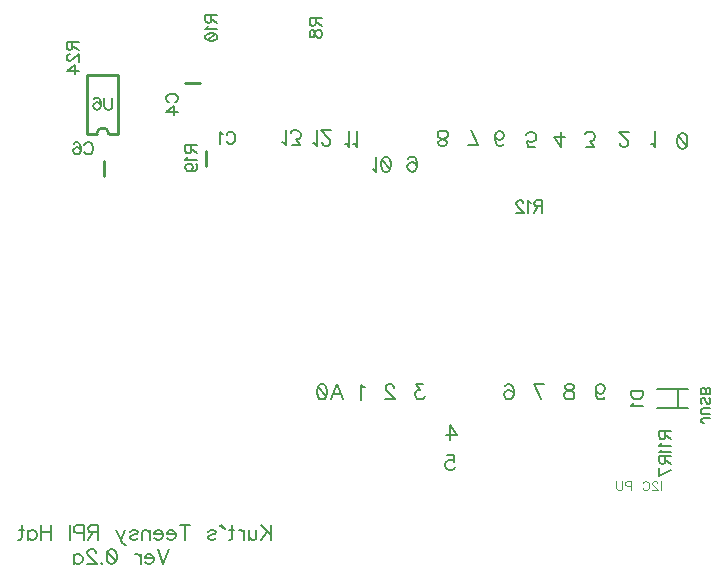
<source format=gbo>
G04 DipTrace 3.0.0.2*
G04 TeensyArbotixProRPIV0.2a.gbo*
%MOIN*%
G04 #@! TF.FileFunction,Legend,Bot*
G04 #@! TF.Part,Single*
%ADD10C,0.009843*%
%ADD19C,0.008*%
%ADD115C,0.006176*%
%ADD116C,0.00772*%
%ADD117C,0.007*%
%ADD118C,0.004632*%
%FSLAX26Y26*%
G04*
G70*
G90*
G75*
G01*
G04 BotSilk*
%LPD*%
X1279940Y1809272D2*
D10*
Y1758130D1*
X1259272Y2035061D2*
X1208130D1*
X940061Y1723130D2*
Y1774272D1*
X2885229Y1013836D2*
D19*
X2853738D1*
X2782863D1*
X2885229Y952813D2*
X2853738D1*
X2782863D1*
X2853738Y1013836D2*
Y952813D1*
X883812Y1865274D2*
D10*
Y2062128D1*
X986188Y1865274D2*
Y2062128D1*
X883812D2*
X986188D1*
X915306Y1865274D2*
X883812D1*
X954695D2*
X986188D1*
X915306D2*
G02X954695Y1865274I19694J-9D01*
G01*
X1347442Y1862256D2*
D115*
X1349343Y1866059D1*
X1353190Y1869906D1*
X1356992Y1871807D1*
X1364641D1*
X1368488Y1869906D1*
X1372291Y1866059D1*
X1374236Y1862256D1*
X1376138Y1856508D1*
Y1846914D1*
X1374236Y1841210D1*
X1372291Y1837363D1*
X1368488Y1833561D1*
X1364641Y1831615D1*
X1356992D1*
X1353190Y1833561D1*
X1349343Y1837363D1*
X1347442Y1841210D1*
X1335090Y1864114D2*
X1331243Y1866059D1*
X1325495Y1871763D1*
Y1831615D1*
X1155146Y1970360D2*
X1151343Y1972261D1*
X1147496Y1976108D1*
X1145595Y1979910D1*
Y1987560D1*
X1147496Y1991406D1*
X1151343Y1995209D1*
X1155146Y1997154D1*
X1160894Y1999056D1*
X1170488D1*
X1176192Y1997154D1*
X1180039Y1995209D1*
X1183842Y1991406D1*
X1185787Y1987560D1*
Y1979910D1*
X1183842Y1976108D1*
X1180039Y1972261D1*
X1176192Y1970360D1*
X1185787Y1938863D2*
X1145639D1*
X1172390Y1958008D1*
Y1929312D1*
X873436Y1827256D2*
X875338Y1831059D1*
X879184Y1834906D1*
X882987Y1836807D1*
X890636D1*
X894483Y1834906D1*
X898285Y1831059D1*
X900231Y1827256D1*
X902132Y1821508D1*
Y1811914D1*
X900231Y1806210D1*
X898285Y1802363D1*
X894483Y1798561D1*
X890636Y1796615D1*
X882987D1*
X879184Y1798561D1*
X875338Y1802363D1*
X873436Y1806210D1*
X838137Y1831059D2*
X840038Y1834862D1*
X845786Y1836763D1*
X849589D1*
X855337Y1834862D1*
X859184Y1829114D1*
X861085Y1819563D1*
Y1810012D1*
X859184Y1802363D1*
X855337Y1798516D1*
X849589Y1796615D1*
X847688D1*
X841984Y1798516D1*
X838137Y1802363D1*
X836236Y1808111D1*
Y1810012D1*
X838137Y1815760D1*
X841984Y1819563D1*
X847688Y1821464D1*
X849589D1*
X855337Y1819563D1*
X859184Y1815760D1*
X861085Y1810012D1*
X2695743Y1007695D2*
X2735935D1*
Y994297D1*
X2733990Y988549D1*
X2730187Y984703D1*
X2726341Y982801D1*
X2720637Y980900D1*
X2711042D1*
X2705294Y982801D1*
X2701491Y984703D1*
X2697645Y988550D1*
X2695743Y994298D1*
Y1007695D1*
X2703437Y968549D2*
X2701491Y964702D1*
X2695787Y958954D1*
X2735935D1*
X2809406Y791671D2*
Y774472D1*
X2807460Y768724D1*
X2805559Y766778D1*
X2801756Y764877D1*
X2797909D1*
X2794107Y766778D1*
X2792161Y768724D1*
X2790260Y774472D1*
Y791671D1*
X2830452D1*
X2809406Y778274D2*
X2830452Y764877D1*
Y744876D2*
X2790304Y725731D1*
Y752525D1*
X1644406Y2251649D2*
Y2234449D1*
X1642460Y2228701D1*
X1640559Y2226756D1*
X1636756Y2224855D1*
X1632909D1*
X1629107Y2226756D1*
X1627161Y2228701D1*
X1625260Y2234449D1*
Y2251649D1*
X1665452D1*
X1644406Y2238252D2*
X1665452Y2224855D1*
X1625304Y2202953D2*
X1627206Y2208657D1*
X1631008Y2210602D1*
X1634855D1*
X1638657Y2208657D1*
X1640603Y2204854D1*
X1642504Y2197205D1*
X1644405Y2191457D1*
X1648252Y2187654D1*
X1652055Y2185753D1*
X1657803D1*
X1661605Y2187654D1*
X1663551Y2189555D1*
X1665452Y2195303D1*
Y2202953D1*
X1663551Y2208656D1*
X1661605Y2210602D1*
X1657803Y2212503D1*
X1652055D1*
X1648252Y2210602D1*
X1644406Y2206755D1*
X1642504Y2201051D1*
X1640603Y2193402D1*
X1638657Y2189555D1*
X1634855Y2187654D1*
X1631008D1*
X1627206Y2189555D1*
X1625304Y2195303D1*
Y2202953D1*
X1296276Y2262644D2*
Y2245445D1*
X1294330Y2239697D1*
X1292429Y2237751D1*
X1288627Y2235850D1*
X1284780D1*
X1280977Y2237751D1*
X1279032Y2239697D1*
X1277130Y2245445D1*
Y2262645D1*
X1317322Y2262644D1*
X1296276Y2249247D2*
X1317322Y2235850D1*
X1284824Y2223498D2*
X1282879Y2219652D1*
X1277175Y2213904D1*
X1317322D1*
X1277175Y2190056D2*
X1279076Y2195804D1*
X1284824Y2199651D1*
X1294375Y2201552D1*
X1300123D1*
X1309673Y2199651D1*
X1315421Y2195804D1*
X1317322Y2190056D1*
Y2186254D1*
X1315421Y2180506D1*
X1309673Y2176703D1*
X1300123Y2174758D1*
X1294375D1*
X1284824Y2176703D1*
X1279076Y2180506D1*
X1277175Y2186254D1*
Y2190056D1*
X1284824Y2176703D2*
X1309673Y2199651D1*
X2809405Y874045D2*
X2809406Y856845D1*
X2807460Y851097D1*
X2805559Y849151D1*
X2801756Y847250D1*
X2797909D1*
X2794107Y849151D1*
X2792161Y851097D1*
X2790260Y856845D1*
Y874045D1*
X2830452D1*
X2809406Y860647D2*
X2830452Y847250D1*
X2797954Y834899D2*
X2796008Y831052D1*
X2790304Y825304D1*
X2830452D1*
X2797954Y812952D2*
X2796008Y809106D1*
X2790304Y803358D1*
X2830452D1*
X2400046Y1623994D2*
X2382846D1*
X2377098Y1625939D1*
X2375153Y1627840D1*
X2373251Y1631643D1*
Y1635490D1*
X2375153Y1639292D1*
X2377098Y1641238D1*
X2382846Y1643139D1*
X2400046D1*
Y1602947D1*
X2386649Y1623994D2*
X2373251Y1602947D1*
X2360900Y1635446D2*
X2357053Y1637391D1*
X2351305Y1643095D1*
Y1602947D1*
X2337008Y1633544D2*
Y1635446D1*
X2335107Y1639292D1*
X2333206Y1641194D1*
X2329359Y1643095D1*
X2321710D1*
X2317907Y1641194D1*
X2316006Y1639292D1*
X2314060Y1635446D1*
Y1631643D1*
X2316006Y1627796D1*
X2319808Y1622092D1*
X2338954Y1602947D1*
X2312159D1*
X1229405Y1826694D2*
Y1809494D1*
X1227460Y1803746D1*
X1225559Y1801800D1*
X1221756Y1799899D1*
X1217909D1*
X1214107Y1801800D1*
X1212161Y1803746D1*
X1210260Y1809494D1*
Y1826694D1*
X1250452D1*
X1229405Y1813297D2*
X1250452Y1799899D1*
X1217954Y1787548D2*
X1216008Y1783701D1*
X1210304Y1777953D1*
X1250452D1*
X1223657Y1740708D2*
X1229405Y1742654D1*
X1233252Y1746456D1*
X1235154Y1752204D1*
Y1754106D1*
X1233252Y1759854D1*
X1229406Y1763656D1*
X1223657Y1765602D1*
X1221756D1*
X1216008Y1763656D1*
X1212206Y1759854D1*
X1210304Y1754106D1*
Y1752204D1*
X1212206Y1746456D1*
X1216008Y1742654D1*
X1223657Y1740708D1*
X1233252D1*
X1242803Y1742654D1*
X1248551Y1746456D1*
X1250452Y1752204D1*
Y1756007D1*
X1248551Y1761755D1*
X1244704Y1763656D1*
X833677Y2172195D2*
Y2154995D1*
X831732Y2149247D1*
X829831Y2147302D1*
X826028Y2145400D1*
X822181D1*
X818379Y2147302D1*
X816433Y2149247D1*
X814532Y2154995D1*
Y2172195D1*
X854724D1*
X833677Y2158798D2*
X854724Y2145400D1*
X824127Y2131104D2*
X822226D1*
X818379Y2129202D1*
X816478Y2127301D1*
X814576Y2123454D1*
Y2115805D1*
X816478Y2112002D1*
X818379Y2110101D1*
X822226Y2108156D1*
X826028D1*
X829875Y2110101D1*
X835579Y2113904D1*
X854724Y2133049D1*
Y2106254D1*
Y2074758D2*
X814576D1*
X841327Y2093903D1*
Y2065207D1*
X966998Y1986207D2*
Y1957511D1*
X965097Y1951763D1*
X961250Y1947960D1*
X955502Y1946015D1*
X951699D1*
X945951Y1947960D1*
X942104Y1951763D1*
X940203Y1957511D1*
Y1986207D1*
X904904Y1980459D2*
X906805Y1984261D1*
X912553Y1986163D1*
X916356D1*
X922104Y1984261D1*
X925950Y1978513D1*
X927852Y1968963D1*
Y1959412D1*
X925950Y1951763D1*
X922104Y1947916D1*
X916356Y1946015D1*
X914454D1*
X908751Y1947916D1*
X904904Y1951763D1*
X903003Y1957511D1*
Y1959412D1*
X904904Y1965160D1*
X908751Y1968963D1*
X914454Y1970864D1*
X916356D1*
X922104Y1968963D1*
X925950Y1965160D1*
X927852Y1959412D1*
X1494933Y561126D2*
D117*
Y510886D1*
X1461439Y561126D2*
X1494933Y527632D1*
X1482994Y539626D2*
X1461439Y510886D1*
X1447439Y544379D2*
Y520447D1*
X1445063Y513318D1*
X1440254Y510886D1*
X1433069D1*
X1428316Y513318D1*
X1421131Y520447D1*
Y544379D2*
Y510886D1*
X1407131Y544379D2*
Y510886D1*
Y530009D2*
X1404699Y537194D1*
X1399946Y542002D1*
X1395138Y544379D1*
X1387952D1*
X1366767Y561126D2*
Y520447D1*
X1364391Y513318D1*
X1359582Y510886D1*
X1354829D1*
X1373952Y544379D2*
X1357206D1*
X1328836Y561070D2*
X1340829Y546700D1*
X1326459Y558694D1*
X1328836Y561070D1*
X1286151Y537194D2*
X1288527Y542002D1*
X1295712Y544379D1*
X1302897D1*
X1310083Y542002D1*
X1312459Y537194D1*
X1310083Y532441D1*
X1305274Y530009D1*
X1293336Y527632D1*
X1288527Y525256D1*
X1286151Y520447D1*
Y518071D1*
X1288527Y513318D1*
X1295712Y510886D1*
X1302897D1*
X1310083Y513318D1*
X1312459Y518071D1*
X1208242Y561126D2*
Y510886D1*
X1224989Y561126D2*
X1191496D1*
X1177496Y530009D2*
X1148811D1*
Y534817D1*
X1151187Y539626D1*
X1153564Y542002D1*
X1158373Y544379D1*
X1165558D1*
X1170311Y542002D1*
X1175119Y537194D1*
X1177496Y530009D1*
Y525256D1*
X1175119Y518071D1*
X1170311Y513318D1*
X1165558Y510886D1*
X1158373D1*
X1153564Y513318D1*
X1148811Y518071D1*
X1134811Y530009D2*
X1106126D1*
Y534817D1*
X1108503Y539626D1*
X1110879Y542002D1*
X1115688Y544379D1*
X1122873D1*
X1127626Y542002D1*
X1132434Y537194D1*
X1134811Y530009D1*
Y525256D1*
X1132434Y518071D1*
X1127626Y513318D1*
X1122873Y510886D1*
X1115688D1*
X1110879Y513318D1*
X1106126Y518071D1*
X1092126Y544379D2*
Y510886D1*
Y534817D2*
X1084941Y542002D1*
X1080133Y544379D1*
X1073003D1*
X1068194Y542002D1*
X1065818Y534817D1*
Y510886D1*
X1025509Y537194D2*
X1027886Y542002D1*
X1035071Y544379D1*
X1042256D1*
X1049441Y542002D1*
X1051818Y537194D1*
X1049441Y532441D1*
X1044633Y530009D1*
X1032694Y527632D1*
X1027886Y525256D1*
X1025509Y520447D1*
Y518071D1*
X1027886Y513318D1*
X1035071Y510886D1*
X1042256D1*
X1049441Y513318D1*
X1051818Y518071D1*
X1009078Y544379D2*
X994763Y510886D1*
X999516Y501324D1*
X1004324Y496516D1*
X1009078Y494139D1*
X1011509D1*
X980393Y544379D2*
X994763Y510886D1*
X919231Y537194D2*
X897731D1*
X890546Y539626D1*
X888114Y542002D1*
X885738Y546756D1*
Y551564D1*
X888114Y556317D1*
X890546Y558749D1*
X897731Y561126D1*
X919231D1*
Y510886D1*
X902484Y537194D2*
X885738Y510886D1*
X871738Y534817D2*
X850182D1*
X843053Y537194D1*
X840621Y539626D1*
X838244Y544379D1*
Y551564D1*
X840621Y556317D1*
X843053Y558749D1*
X850182Y561126D1*
X871738D1*
Y510886D1*
X824244Y561126D2*
Y510886D1*
X763083Y561126D2*
Y510886D1*
X729589Y561126D2*
Y510886D1*
X763083Y537194D2*
X729589D1*
X686904Y544379D2*
Y510886D1*
Y537194D2*
X691657Y542002D1*
X696466Y544379D1*
X703596D1*
X708404Y542002D1*
X713157Y537194D1*
X715589Y530009D1*
Y525256D1*
X713157Y518071D1*
X708404Y513318D1*
X703596Y510886D1*
X696466D1*
X691657Y513318D1*
X686904Y518071D1*
X665719Y561126D2*
Y520447D1*
X663343Y513318D1*
X658534Y510886D1*
X653781D1*
X672904Y544379D2*
X656158D1*
X1808388Y1020162D2*
D116*
X1803579Y1022594D1*
X1796394Y1029724D1*
Y979539D1*
X1906456Y1018786D2*
Y1021162D1*
X1904079Y1025971D1*
X1901702Y1028347D1*
X1896894Y1030724D1*
X1887332D1*
X1882579Y1028347D1*
X1880203Y1025971D1*
X1877771Y1021162D1*
Y1016409D1*
X1880203Y1011601D1*
X1884956Y1004471D1*
X1908887Y980539D1*
X1875394D1*
X2004079Y1030724D2*
X1977826D1*
X1992141Y1011601D1*
X1984956D1*
X1980203Y1009224D1*
X1977826Y1006847D1*
X1975394Y999662D1*
Y994909D1*
X1977826Y987724D1*
X1982579Y982916D1*
X1989764Y980539D1*
X1996949D1*
X2004079Y982916D1*
X2006456Y985347D1*
X2008887Y990101D1*
X2275458Y1023594D2*
X2277835Y1028347D1*
X2285020Y1030724D1*
X2289773D1*
X2296958Y1028347D1*
X2301767Y1021162D1*
X2304143Y1009224D1*
Y997286D1*
X2301767Y987724D1*
X2296958Y982916D1*
X2289773Y980539D1*
X2287397D1*
X2280267Y982916D1*
X2275458Y987724D1*
X2273082Y994909D1*
Y997286D1*
X2275458Y1004471D1*
X2280267Y1009224D1*
X2287397Y1011601D1*
X2289773D1*
X2296958Y1009224D1*
X2301767Y1004471D1*
X2304143Y997286D1*
X2397014Y980539D2*
X2373082Y1030724D1*
X2406575D1*
X2494582D2*
X2501711Y1028347D1*
X2504143Y1023594D1*
Y1018786D1*
X2501711Y1014032D1*
X2496958Y1011601D1*
X2487397Y1009224D1*
X2480212Y1006847D1*
X2475458Y1002039D1*
X2473082Y997286D1*
Y990101D1*
X2475458Y985347D1*
X2477835Y982916D1*
X2485020Y980539D1*
X2494582D1*
X2501711Y982916D1*
X2504143Y985347D1*
X2506520Y990101D1*
Y997286D1*
X2504143Y1002039D1*
X2499335Y1006847D1*
X2492205Y1009224D1*
X2482643Y1011601D1*
X2477835Y1014032D1*
X2475458Y1018786D1*
Y1023594D1*
X2477835Y1028347D1*
X2485020Y1030724D1*
X2494582D1*
X2578082Y1014032D2*
X2580514Y1006847D1*
X2585267Y1002039D1*
X2592452Y999662D1*
X2594828D1*
X2602014Y1002039D1*
X2606767Y1006847D1*
X2609199Y1014032D1*
Y1016409D1*
X2606767Y1023594D1*
X2602014Y1028347D1*
X2594828Y1030724D1*
X2592452D1*
X2585267Y1028347D1*
X2580514Y1023594D1*
X2578082Y1014032D1*
Y1002039D1*
X2580514Y990101D1*
X2585267Y982916D1*
X2592452Y980539D1*
X2597205D1*
X2604390Y982916D1*
X2606767Y987724D1*
X1697327Y980539D2*
X1716505Y1030779D1*
X1735629Y980539D1*
X1728443Y997286D2*
X1704512D1*
X1667517Y1030724D2*
X1674702Y1028347D1*
X1679511Y1021162D1*
X1681887Y1009224D1*
Y1002039D1*
X1679511Y990101D1*
X1674702Y982916D1*
X1667517Y980539D1*
X1662764D1*
X1655579Y982916D1*
X1650826Y990101D1*
X1648394Y1002039D1*
Y1009224D1*
X1650826Y1021162D1*
X1655579Y1028347D1*
X1662764Y1030724D1*
X1667517D1*
X1650826Y1021162D2*
X1679511Y990101D1*
X2091578Y843905D2*
Y894090D1*
X2115509Y860652D1*
X2079640D1*
X2080822Y794364D2*
X2104698D1*
X2107075Y772864D1*
X2104698Y775241D1*
X2097513Y777673D1*
X2090384D1*
X2083199Y775241D1*
X2078390Y770488D1*
X2076014Y763303D1*
Y758550D1*
X2078390Y751365D1*
X2083199Y746556D1*
X2090384Y744179D1*
X2097513D1*
X2104698Y746556D1*
X2107075Y748988D1*
X2109507Y753741D1*
X2762886Y1832487D2*
X2767694Y1830055D1*
X2774879Y1822925D1*
Y1873110D1*
X2658042Y1834572D2*
Y1832195D1*
X2660419Y1827387D1*
X2662795Y1825010D1*
X2667604Y1822634D1*
X2677165D1*
X2681918Y1825010D1*
X2684295Y1827387D1*
X2686727Y1832195D1*
Y1836948D1*
X2684295Y1841757D1*
X2679542Y1848887D1*
X2655610Y1872818D1*
X2689104D1*
X2547354Y1822634D2*
X2573607D1*
X2559293Y1841757D1*
X2566478D1*
X2571231Y1844133D1*
X2573607Y1846510D1*
X2576039Y1853695D1*
Y1858448D1*
X2573607Y1865633D1*
X2568854Y1870442D1*
X2561669Y1872818D1*
X2554484D1*
X2547354Y1870442D1*
X2544978Y1868010D1*
X2542546Y1863257D1*
X2270555Y1832346D2*
X2268178Y1827593D1*
X2260993Y1825216D1*
X2256240D1*
X2249055Y1827593D1*
X2244247Y1834778D1*
X2241870Y1846716D1*
Y1858654D1*
X2244247Y1868216D1*
X2249055Y1873024D1*
X2256240Y1875401D1*
X2258617D1*
X2265747Y1873024D1*
X2270555Y1868216D1*
X2272932Y1861031D1*
Y1858654D1*
X2270555Y1851469D1*
X2265747Y1846716D1*
X2258617Y1844340D1*
X2256240D1*
X2249055Y1846716D1*
X2244247Y1851469D1*
X2241870Y1858654D1*
X2161054Y1877551D2*
X2184985Y1827366D1*
X2151492D1*
X2063280Y1826075D2*
X2056150Y1828451D1*
X2053718Y1833204D1*
Y1838013D1*
X2056150Y1842766D1*
X2060903Y1845198D1*
X2070465Y1847574D1*
X2077650Y1849951D1*
X2082403Y1854759D1*
X2084779Y1859513D1*
Y1866698D1*
X2082403Y1871451D1*
X2080026Y1873883D1*
X2072841Y1876259D1*
X2063280D1*
X2056150Y1873883D1*
X2053718Y1871451D1*
X2051341Y1866698D1*
Y1859513D1*
X2053718Y1854759D1*
X2058526Y1849951D1*
X2065656Y1847574D1*
X2075218Y1845198D1*
X2080026Y1842766D1*
X2082403Y1838013D1*
Y1833204D1*
X2080026Y1828451D1*
X2072841Y1826075D1*
X2063280D1*
X1981497Y1755968D2*
X1979065Y1763153D1*
X1974312Y1767962D1*
X1967127Y1770338D1*
X1964751D1*
X1957566Y1767962D1*
X1952812Y1763153D1*
X1950381Y1755968D1*
Y1753592D1*
X1952812Y1746406D1*
X1957566Y1741653D1*
X1964751Y1739277D1*
X1967127D1*
X1974312Y1741653D1*
X1979065Y1746406D1*
X1981497Y1755968D1*
Y1767962D1*
X1979065Y1779900D1*
X1974312Y1787085D1*
X1967127Y1789461D1*
X1962374D1*
X1955189Y1787085D1*
X1952812Y1782276D1*
X2462660Y1872312D2*
Y1822127D1*
X2438728Y1855565D1*
X2474598D1*
X2375093Y1821274D2*
X2351217D1*
X2348840Y1842774D1*
X2351217Y1840397D1*
X2358402Y1837965D1*
X2365531D1*
X2372716Y1840397D1*
X2377525Y1845150D1*
X2379901Y1852335D1*
Y1857089D1*
X2377525Y1864274D1*
X2372716Y1869082D1*
X2365531Y1871459D1*
X2358402D1*
X2351217Y1869082D1*
X2348840Y1866650D1*
X2346408Y1861897D1*
X2864884Y1816235D2*
X2857699Y1818611D1*
X2852891Y1825796D1*
X2850514Y1837735D1*
Y1844920D1*
X2852891Y1856858D1*
X2857700Y1864043D1*
X2864885Y1866419D1*
X2869638D1*
X2876823Y1864043D1*
X2881576Y1856858D1*
X2884008Y1844920D1*
Y1837734D1*
X2881576Y1825796D1*
X2876823Y1818611D1*
X2869638Y1816235D1*
X2864884D1*
X2881576Y1825796D2*
X2852891Y1856858D1*
X1834426Y1747991D2*
X1839234Y1745559D1*
X1846419Y1738429D1*
Y1788614D1*
X1876228Y1738429D2*
X1869043Y1740806D1*
X1864235Y1747991D1*
X1861858Y1759929D1*
Y1767114D1*
X1864235Y1779052D1*
X1869043Y1786237D1*
X1876228Y1788614D1*
X1880982D1*
X1888167Y1786237D1*
X1892920Y1779052D1*
X1895352Y1767114D1*
Y1759929D1*
X1892920Y1747991D1*
X1888167Y1740805D1*
X1880981Y1738429D1*
X1876228D1*
X1892920Y1747991D2*
X1864235Y1779052D1*
X1742852Y1832514D2*
X1747660Y1830082D1*
X1754845Y1822953D1*
Y1873137D1*
X1770285Y1832514D2*
X1775093Y1830082D1*
X1782278Y1822952D1*
Y1873137D1*
X1635495Y1835823D2*
X1640304Y1833391D1*
X1647489Y1826261D1*
Y1876446D1*
X1665360Y1838199D2*
Y1835823D1*
X1667736Y1831014D1*
X1670113Y1828638D1*
X1674921Y1826261D1*
X1684483D1*
X1689236Y1828637D1*
X1691613Y1831014D1*
X1694045Y1835823D1*
Y1840576D1*
X1691613Y1845384D1*
X1686859Y1852514D1*
X1662928Y1876446D1*
X1696421D1*
X1533555Y1837680D2*
X1538364Y1835248D1*
X1545549Y1828118D1*
Y1878303D1*
X1565797Y1828118D2*
X1592050D1*
X1577735Y1847241D1*
X1584920D1*
X1589673Y1849618D1*
X1592050Y1851994D1*
X1594481Y1859179D1*
Y1863933D1*
X1592050Y1871118D1*
X1587296Y1875926D1*
X1580111Y1878303D1*
X1572926D1*
X1565797Y1875926D1*
X1563420Y1873494D1*
X1560988Y1868741D1*
X2959401Y916731D2*
D117*
X2936453D1*
X2932142Y915305D1*
X2930716Y913846D1*
X2929257Y910994D1*
Y908109D1*
X2930716Y905257D1*
X2932142Y903831D1*
X2936453Y902372D1*
X2939305D1*
X2959401Y930731D2*
X2937879D1*
X2933568Y932157D1*
X2930716Y935042D1*
X2929257Y939353D1*
Y942205D1*
X2930716Y946516D1*
X2933568Y949401D1*
X2937879Y950827D1*
X2959401D1*
X2955090Y984923D2*
X2957975Y982071D1*
X2959401Y977760D1*
Y972023D1*
X2957975Y967712D1*
X2955090Y964827D1*
X2952238D1*
X2949353Y966286D1*
X2947927Y967712D1*
X2946501Y970564D1*
X2943616Y979186D1*
X2942190Y982071D1*
X2940731Y983497D1*
X2937879Y984923D1*
X2933568D1*
X2930716Y982071D1*
X2929257Y977760D1*
Y972023D1*
X2930716Y967712D1*
X2933568Y964827D1*
X2959401Y998922D2*
X2929257Y998923D1*
Y1011856D1*
X2930716Y1016167D1*
X2932142Y1017593D1*
X2934994Y1019018D1*
X2939305D1*
X2942190Y1017593D1*
X2943616Y1016167D1*
X2945042Y1011856D1*
X2946501Y1016167D1*
X2947927Y1017593D1*
X2950779Y1019018D1*
X2953664D1*
X2956516Y1017593D1*
X2957975Y1016167D1*
X2959401Y1011856D1*
Y998922D1*
X2945042D2*
Y1011856D1*
X2794563Y707563D2*
D118*
Y677419D1*
X2783840Y700366D2*
Y701792D1*
X2782414Y704677D1*
X2780988Y706103D1*
X2778103Y707529D1*
X2772366D1*
X2769514Y706103D1*
X2768088Y704677D1*
X2766629Y701792D1*
Y698940D1*
X2768088Y696055D1*
X2770940Y691778D1*
X2785299Y677419D1*
X2765203D1*
X2734418Y700400D2*
X2735844Y703252D1*
X2738729Y706137D1*
X2741580Y707563D1*
X2747317D1*
X2750203Y706137D1*
X2753054Y703252D1*
X2754514Y700400D1*
X2755940Y696089D1*
Y688892D1*
X2754514Y684615D1*
X2753054Y681730D1*
X2750203Y678878D1*
X2747317Y677419D1*
X2741580D1*
X2738729Y678878D1*
X2735844Y681730D1*
X2734418Y684615D1*
X2695993Y691778D2*
X2683060D1*
X2678783Y693204D1*
X2677323Y694663D1*
X2675897Y697515D1*
Y701826D1*
X2677323Y704677D1*
X2678783Y706137D1*
X2683060Y707563D1*
X2695993D1*
Y677419D1*
X2666634Y707563D2*
Y686041D1*
X2665208Y681730D1*
X2662323Y678878D1*
X2658012Y677419D1*
X2655160D1*
X2650849Y678878D1*
X2647964Y681730D1*
X2646538Y686041D1*
Y707563D1*
X1156533Y481126D2*
D117*
X1137409Y430886D1*
X1118286Y481126D1*
X1104286Y450009D2*
X1075601D1*
Y454817D1*
X1077978Y459626D1*
X1080354Y462002D1*
X1085163Y464379D1*
X1092348D1*
X1097101Y462002D1*
X1101910Y457194D1*
X1104286Y450009D1*
Y445256D1*
X1101910Y438071D1*
X1097101Y433318D1*
X1092348Y430886D1*
X1085163D1*
X1080354Y433318D1*
X1075601Y438071D1*
X1061601Y464379D2*
Y430886D1*
Y450009D2*
X1059169Y457194D1*
X1054416Y462002D1*
X1049608Y464379D1*
X1042423D1*
X966891Y481070D2*
X974076Y478694D1*
X978884Y471509D1*
X981261Y459571D1*
Y452386D1*
X978884Y440447D1*
X974076Y433262D1*
X966891Y430886D1*
X962138D1*
X954953Y433262D1*
X950200Y440447D1*
X947768Y452386D1*
Y459571D1*
X950200Y471509D1*
X954953Y478694D1*
X962138Y481070D1*
X966891D1*
X950200Y471509D2*
X978884Y440447D1*
X931391Y435694D2*
X933768Y433262D1*
X931391Y430886D1*
X928959Y433262D1*
X931391Y435694D1*
X912527Y469132D2*
Y471509D1*
X910151Y476317D1*
X907774Y478694D1*
X902966Y481070D1*
X893404D1*
X888651Y478694D1*
X886274Y476317D1*
X883843Y471509D1*
Y466756D1*
X886274Y461947D1*
X891028Y454817D1*
X914959Y430886D1*
X881466D1*
X838781Y464379D2*
Y430886D1*
Y457194D2*
X843534Y462002D1*
X848343Y464379D1*
X855472D1*
X860281Y462002D1*
X865034Y457194D1*
X867466Y450009D1*
Y445256D1*
X865034Y438071D1*
X860281Y433318D1*
X855472Y430886D1*
X848343D1*
X843534Y433318D1*
X838781Y438071D1*
M02*

</source>
